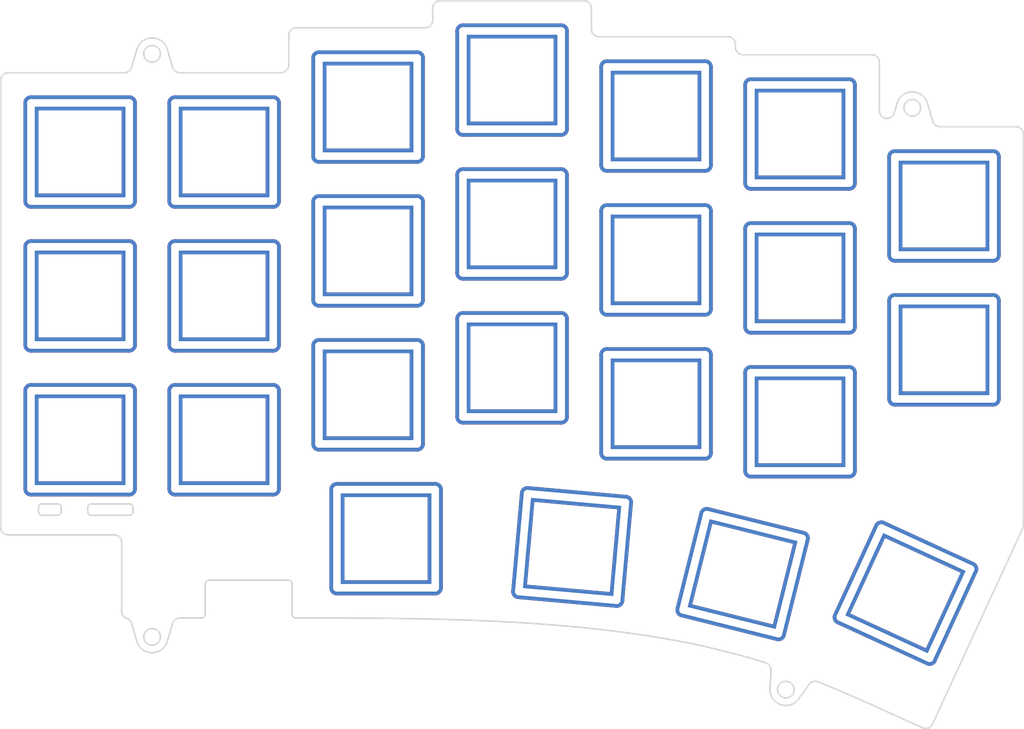
<source format=kicad_pcb>
(kicad_pcb (version 20171130) (host pcbnew "(5.1.4)-1")

  (general
    (thickness 1.6)
    (drawings 150)
    (tracks 0)
    (zones 0)
    (modules 25)
    (nets 25)
  )

  (page A3)
  (layers
    (0 F.Cu signal)
    (31 B.Cu signal)
    (32 B.Adhes user)
    (33 F.Adhes user)
    (34 B.Paste user)
    (35 F.Paste user)
    (36 B.SilkS user)
    (37 F.SilkS user)
    (38 B.Mask user)
    (39 F.Mask user)
    (40 Dwgs.User user)
    (41 Cmts.User user)
    (42 Eco1.User user)
    (43 Eco2.User user)
    (44 Edge.Cuts user)
    (45 Margin user)
    (46 B.CrtYd user)
    (47 F.CrtYd user)
    (48 B.Fab user)
    (49 F.Fab user)
  )

  (setup
    (last_trace_width 0.2)
    (user_trace_width 0.2)
    (user_trace_width 0.4)
    (user_trace_width 0.6)
    (user_trace_width 0.8)
    (user_trace_width 1)
    (user_trace_width 1.2)
    (user_trace_width 1.6)
    (user_trace_width 2)
    (trace_clearance 0.2)
    (zone_clearance 0.508)
    (zone_45_only yes)
    (trace_min 0.2)
    (via_size 0.5)
    (via_drill 0.3)
    (via_min_size 0.4)
    (via_min_drill 0.3)
    (user_via 0.9 0.5)
    (user_via 1.2 0.8)
    (user_via 1.4 0.9)
    (user_via 1.5 1)
    (uvia_size 0.3)
    (uvia_drill 0.1)
    (uvias_allowed no)
    (uvia_min_size 0.2)
    (uvia_min_drill 0.1)
    (edge_width 0.15)
    (segment_width 0.2)
    (pcb_text_width 0.3)
    (pcb_text_size 1.5 1.5)
    (mod_edge_width 0.15)
    (mod_text_size 1 1)
    (mod_text_width 0.15)
    (pad_size 1.2 1.2)
    (pad_drill 0.6)
    (pad_to_mask_clearance 0.2)
    (solder_mask_min_width 0.25)
    (aux_axis_origin 50 50)
    (visible_elements 7FFFFFFF)
    (pcbplotparams
      (layerselection 0x010f0_ffffffff)
      (usegerberextensions true)
      (usegerberattributes false)
      (usegerberadvancedattributes false)
      (creategerberjobfile false)
      (excludeedgelayer true)
      (linewidth 0.100000)
      (plotframeref false)
      (viasonmask false)
      (mode 1)
      (useauxorigin true)
      (hpglpennumber 1)
      (hpglpenspeed 20)
      (hpglpendiameter 15.000000)
      (psnegative false)
      (psa4output false)
      (plotreference true)
      (plotvalue true)
      (plotinvisibletext false)
      (padsonsilk false)
      (subtractmaskfromsilk true)
      (outputformat 1)
      (mirror false)
      (drillshape 0)
      (scaleselection 1)
      (outputdirectory "./gerber/"))
  )

  (net 0 "")
  (net 1 "Net-(SW1-Pad1)")
  (net 2 "Net-(SW2-Pad1)")
  (net 3 "Net-(SW3-Pad1)")
  (net 4 "Net-(SW4-Pad1)")
  (net 5 "Net-(SW5-Pad1)")
  (net 6 "Net-(SW6-Pad1)")
  (net 7 "Net-(SW7-Pad1)")
  (net 8 "Net-(SW8-Pad1)")
  (net 9 "Net-(SW9-Pad1)")
  (net 10 "Net-(SW10-Pad1)")
  (net 11 "Net-(SW11-Pad1)")
  (net 12 "Net-(SW12-Pad1)")
  (net 13 "Net-(SW13-Pad1)")
  (net 14 "Net-(SW14-Pad1)")
  (net 15 "Net-(SW15-Pad1)")
  (net 16 "Net-(SW16-Pad1)")
  (net 17 "Net-(SW17-Pad1)")
  (net 18 "Net-(SW18-Pad1)")
  (net 19 "Net-(SW19-Pad1)")
  (net 20 "Net-(SW20-Pad1)")
  (net 21 "Net-(SW21-Pad1)")
  (net 22 "Net-(SW22-Pad1)")
  (net 23 "Net-(SW23-Pad1)")
  (net 24 "Net-(SW24-Pad1)")

  (net_class Default "これは標準のネット クラスです。"
    (clearance 0.2)
    (trace_width 0.2)
    (via_dia 0.5)
    (via_drill 0.3)
    (uvia_dia 0.3)
    (uvia_drill 0.1)
    (add_net "Net-(SW1-Pad1)")
    (add_net "Net-(SW10-Pad1)")
    (add_net "Net-(SW11-Pad1)")
    (add_net "Net-(SW12-Pad1)")
    (add_net "Net-(SW13-Pad1)")
    (add_net "Net-(SW14-Pad1)")
    (add_net "Net-(SW15-Pad1)")
    (add_net "Net-(SW16-Pad1)")
    (add_net "Net-(SW17-Pad1)")
    (add_net "Net-(SW18-Pad1)")
    (add_net "Net-(SW19-Pad1)")
    (add_net "Net-(SW2-Pad1)")
    (add_net "Net-(SW20-Pad1)")
    (add_net "Net-(SW21-Pad1)")
    (add_net "Net-(SW22-Pad1)")
    (add_net "Net-(SW23-Pad1)")
    (add_net "Net-(SW24-Pad1)")
    (add_net "Net-(SW3-Pad1)")
    (add_net "Net-(SW4-Pad1)")
    (add_net "Net-(SW5-Pad1)")
    (add_net "Net-(SW6-Pad1)")
    (add_net "Net-(SW7-Pad1)")
    (add_net "Net-(SW8-Pad1)")
    (add_net "Net-(SW9-Pad1)")
  )

  (module locallib:SWCutout_Pad (layer F.Cu) (tedit 5F01DFD1) (tstamp 5DAD6E11)
    (at 168.726183 127.456301 65.3)
    (descr "Mounting Hole 2.5mm")
    (tags "mounting hole 2.5mm")
    (path /5DA6BC53)
    (attr virtual)
    (fp_text reference SW24 (at 0 -3.5 65.3) (layer Dwgs.User)
      (effects (font (size 1 1) (thickness 0.15)))
    )
    (fp_text value SW_Push (at 0 3.5 65.3) (layer F.Fab)
      (effects (font (size 1 1) (thickness 0.15)))
    )
    (fp_poly (pts (xy -6.025 -6.025) (xy -6.025 6.025) (xy 6.025 6.025) (xy 6.025 -6.025)) (layer F.Mask) (width 0.1))
    (fp_arc (start -6.5 -6.5) (end -6.5 -7) (angle -90) (layer Dwgs.User) (width 0.15))
    (fp_arc (start -6.5 6.5) (end -7 6.5) (angle -90) (layer Dwgs.User) (width 0.15))
    (fp_arc (start 6.5 6.5) (end 6.5 7) (angle -90) (layer Dwgs.User) (width 0.15))
    (fp_arc (start 6.5 -6.5) (end 7 -6.5) (angle -90) (layer Dwgs.User) (width 0.15))
    (fp_line (start -6.5 -7) (end 6.5 -7) (layer Dwgs.User) (width 0.15))
    (fp_line (start -6.5 7) (end 6.5 7) (layer Dwgs.User) (width 0.15))
    (fp_line (start 7 -6.5) (end 7 6.5) (layer Dwgs.User) (width 0.15))
    (fp_line (start -7 -6.5) (end -7 6.5) (layer Dwgs.User) (width 0.15))
    (fp_text user %R (at 0.3 0 65.3) (layer F.Fab)
      (effects (font (size 1 1) (thickness 0.15)))
    )
    (pad 1 thru_hole oval (at 0 -6.5 155.3) (size 2 15) (drill oval 1 14) (layers *.Cu *.Mask)
      (net 24 "Net-(SW24-Pad1)"))
    (pad 1 thru_hole oval (at 0 6.5 155.3) (size 2 15) (drill oval 1 14) (layers *.Cu *.Mask)
      (net 24 "Net-(SW24-Pad1)"))
    (pad 1 thru_hole oval (at 6.5 0 65.3) (size 2 15) (drill oval 1 14) (layers *.Cu *.Mask)
      (net 24 "Net-(SW24-Pad1)"))
    (pad 1 thru_hole oval (at -6.5 0 65.3) (size 2 15) (drill oval 1 14) (layers *.Cu *.Mask)
      (net 24 "Net-(SW24-Pad1)"))
  )

  (module locallib:SWCutout_Pad (layer F.Cu) (tedit 5F01DFD1) (tstamp 5DAD6E00)
    (at 147.178027 124.935329 346)
    (descr "Mounting Hole 2.5mm")
    (tags "mounting hole 2.5mm")
    (path /5DA6BC49)
    (attr virtual)
    (fp_text reference SW23 (at 0 -3.5 346) (layer Dwgs.User)
      (effects (font (size 1 1) (thickness 0.15)))
    )
    (fp_text value SW_Push (at 0 3.5 346) (layer F.Fab)
      (effects (font (size 1 1) (thickness 0.15)))
    )
    (fp_poly (pts (xy -6.025 -6.025) (xy -6.025 6.025) (xy 6.025 6.025) (xy 6.025 -6.025)) (layer F.Mask) (width 0.1))
    (fp_arc (start -6.5 -6.5) (end -6.5 -7) (angle -90) (layer Dwgs.User) (width 0.15))
    (fp_arc (start -6.5 6.5) (end -7 6.5) (angle -90) (layer Dwgs.User) (width 0.15))
    (fp_arc (start 6.5 6.5) (end 6.5 7) (angle -90) (layer Dwgs.User) (width 0.15))
    (fp_arc (start 6.5 -6.5) (end 7 -6.5) (angle -90) (layer Dwgs.User) (width 0.15))
    (fp_line (start -6.5 -7) (end 6.5 -7) (layer Dwgs.User) (width 0.15))
    (fp_line (start -6.5 7) (end 6.5 7) (layer Dwgs.User) (width 0.15))
    (fp_line (start 7 -6.5) (end 7 6.5) (layer Dwgs.User) (width 0.15))
    (fp_line (start -7 -6.5) (end -7 6.5) (layer Dwgs.User) (width 0.15))
    (fp_text user %R (at 0.3 0 346) (layer F.Fab)
      (effects (font (size 1 1) (thickness 0.15)))
    )
    (pad 1 thru_hole oval (at 0 -6.5 76) (size 2 15) (drill oval 1 14) (layers *.Cu *.Mask)
      (net 23 "Net-(SW23-Pad1)"))
    (pad 1 thru_hole oval (at 0 6.5 76) (size 2 15) (drill oval 1 14) (layers *.Cu *.Mask)
      (net 23 "Net-(SW23-Pad1)"))
    (pad 1 thru_hole oval (at 6.5 0 346) (size 2 15) (drill oval 1 14) (layers *.Cu *.Mask)
      (net 23 "Net-(SW23-Pad1)"))
    (pad 1 thru_hole oval (at -6.5 0 346) (size 2 15) (drill oval 1 14) (layers *.Cu *.Mask)
      (net 23 "Net-(SW23-Pad1)"))
  )

  (module locallib:SWCutout_Pad (layer F.Cu) (tedit 5F01DFD1) (tstamp 5DAD6DEF)
    (at 124.618332 121.342981 354.9)
    (descr "Mounting Hole 2.5mm")
    (tags "mounting hole 2.5mm")
    (path /5DA6BC3F)
    (attr virtual)
    (fp_text reference SW22 (at 0 -3.5 354.9) (layer Dwgs.User)
      (effects (font (size 1 1) (thickness 0.15)))
    )
    (fp_text value SW_Push (at 0 3.5 354.9) (layer F.Fab)
      (effects (font (size 1 1) (thickness 0.15)))
    )
    (fp_poly (pts (xy -6.025 -6.025) (xy -6.025 6.025) (xy 6.025 6.025) (xy 6.025 -6.025)) (layer F.Mask) (width 0.1))
    (fp_arc (start -6.5 -6.5) (end -6.5 -7) (angle -90) (layer Dwgs.User) (width 0.15))
    (fp_arc (start -6.5 6.5) (end -7 6.5) (angle -90) (layer Dwgs.User) (width 0.15))
    (fp_arc (start 6.5 6.5) (end 6.5 7) (angle -90) (layer Dwgs.User) (width 0.15))
    (fp_arc (start 6.5 -6.5) (end 7 -6.5) (angle -90) (layer Dwgs.User) (width 0.15))
    (fp_line (start -6.5 -7) (end 6.5 -7) (layer Dwgs.User) (width 0.15))
    (fp_line (start -6.5 7) (end 6.5 7) (layer Dwgs.User) (width 0.15))
    (fp_line (start 7 -6.5) (end 7 6.5) (layer Dwgs.User) (width 0.15))
    (fp_line (start -7 -6.5) (end -7 6.5) (layer Dwgs.User) (width 0.15))
    (fp_text user %R (at 0.3 0 354.9) (layer F.Fab)
      (effects (font (size 1 1) (thickness 0.15)))
    )
    (pad 1 thru_hole oval (at 0 -6.5 84.9) (size 2 15) (drill oval 1 14) (layers *.Cu *.Mask)
      (net 22 "Net-(SW22-Pad1)"))
    (pad 1 thru_hole oval (at 0 6.5 84.9) (size 2 15) (drill oval 1 14) (layers *.Cu *.Mask)
      (net 22 "Net-(SW22-Pad1)"))
    (pad 1 thru_hole oval (at 6.5 0 354.9) (size 2 15) (drill oval 1 14) (layers *.Cu *.Mask)
      (net 22 "Net-(SW22-Pad1)"))
    (pad 1 thru_hole oval (at -6.5 0 354.9) (size 2 15) (drill oval 1 14) (layers *.Cu *.Mask)
      (net 22 "Net-(SW22-Pad1)"))
  )

  (module locallib:SWCutout_Pad (layer F.Cu) (tedit 5F01DFD1) (tstamp 5DAD6DDE)
    (at 100.00625 120.246875)
    (descr "Mounting Hole 2.5mm")
    (tags "mounting hole 2.5mm")
    (path /5DA6BC35)
    (attr virtual)
    (fp_text reference SW21 (at 0 -3.5) (layer Dwgs.User)
      (effects (font (size 1 1) (thickness 0.15)))
    )
    (fp_text value SW_Push (at 0 3.5) (layer F.Fab)
      (effects (font (size 1 1) (thickness 0.15)))
    )
    (fp_poly (pts (xy -6.025 -6.025) (xy -6.025 6.025) (xy 6.025 6.025) (xy 6.025 -6.025)) (layer F.Mask) (width 0.1))
    (fp_arc (start -6.5 -6.5) (end -6.5 -7) (angle -90) (layer Dwgs.User) (width 0.15))
    (fp_arc (start -6.5 6.5) (end -7 6.5) (angle -90) (layer Dwgs.User) (width 0.15))
    (fp_arc (start 6.5 6.5) (end 6.5 7) (angle -90) (layer Dwgs.User) (width 0.15))
    (fp_arc (start 6.5 -6.5) (end 7 -6.5) (angle -90) (layer Dwgs.User) (width 0.15))
    (fp_line (start -6.5 -7) (end 6.5 -7) (layer Dwgs.User) (width 0.15))
    (fp_line (start -6.5 7) (end 6.5 7) (layer Dwgs.User) (width 0.15))
    (fp_line (start 7 -6.5) (end 7 6.5) (layer Dwgs.User) (width 0.15))
    (fp_line (start -7 -6.5) (end -7 6.5) (layer Dwgs.User) (width 0.15))
    (fp_text user %R (at 0.3 0) (layer F.Fab)
      (effects (font (size 1 1) (thickness 0.15)))
    )
    (pad 1 thru_hole oval (at 0 -6.5 90) (size 2 15) (drill oval 1 14) (layers *.Cu *.Mask)
      (net 21 "Net-(SW21-Pad1)"))
    (pad 1 thru_hole oval (at 0 6.5 90) (size 2 15) (drill oval 1 14) (layers *.Cu *.Mask)
      (net 21 "Net-(SW21-Pad1)"))
    (pad 1 thru_hole oval (at 6.5 0) (size 2 15) (drill oval 1 14) (layers *.Cu *.Mask)
      (net 21 "Net-(SW21-Pad1)"))
    (pad 1 thru_hole oval (at -6.5 0) (size 2 15) (drill oval 1 14) (layers *.Cu *.Mask)
      (net 21 "Net-(SW21-Pad1)"))
  )

  (module locallib:SWCutout_Pad (layer F.Cu) (tedit 5F01DFD1) (tstamp 5DAD6DCD)
    (at 173.825 95.24375)
    (descr "Mounting Hole 2.5mm")
    (tags "mounting hole 2.5mm")
    (path /5DA6A53F)
    (attr virtual)
    (fp_text reference SW20 (at 0 -3.5) (layer Dwgs.User)
      (effects (font (size 1 1) (thickness 0.15)))
    )
    (fp_text value SW_Push (at 0 3.5) (layer F.Fab)
      (effects (font (size 1 1) (thickness 0.15)))
    )
    (fp_poly (pts (xy -6.025 -6.025) (xy -6.025 6.025) (xy 6.025 6.025) (xy 6.025 -6.025)) (layer F.Mask) (width 0.1))
    (fp_arc (start -6.5 -6.5) (end -6.5 -7) (angle -90) (layer Dwgs.User) (width 0.15))
    (fp_arc (start -6.5 6.5) (end -7 6.5) (angle -90) (layer Dwgs.User) (width 0.15))
    (fp_arc (start 6.5 6.5) (end 6.5 7) (angle -90) (layer Dwgs.User) (width 0.15))
    (fp_arc (start 6.5 -6.5) (end 7 -6.5) (angle -90) (layer Dwgs.User) (width 0.15))
    (fp_line (start -6.5 -7) (end 6.5 -7) (layer Dwgs.User) (width 0.15))
    (fp_line (start -6.5 7) (end 6.5 7) (layer Dwgs.User) (width 0.15))
    (fp_line (start 7 -6.5) (end 7 6.5) (layer Dwgs.User) (width 0.15))
    (fp_line (start -7 -6.5) (end -7 6.5) (layer Dwgs.User) (width 0.15))
    (fp_text user %R (at 0.3 0) (layer F.Fab)
      (effects (font (size 1 1) (thickness 0.15)))
    )
    (pad 1 thru_hole oval (at 0 -6.5 90) (size 2 15) (drill oval 1 14) (layers *.Cu *.Mask)
      (net 20 "Net-(SW20-Pad1)"))
    (pad 1 thru_hole oval (at 0 6.5 90) (size 2 15) (drill oval 1 14) (layers *.Cu *.Mask)
      (net 20 "Net-(SW20-Pad1)"))
    (pad 1 thru_hole oval (at 6.5 0) (size 2 15) (drill oval 1 14) (layers *.Cu *.Mask)
      (net 20 "Net-(SW20-Pad1)"))
    (pad 1 thru_hole oval (at -6.5 0) (size 2 15) (drill oval 1 14) (layers *.Cu *.Mask)
      (net 20 "Net-(SW20-Pad1)"))
  )

  (module locallib:SWCutout_Pad (layer F.Cu) (tedit 5F01DFD1) (tstamp 5DAD6DBC)
    (at 154.775 104.76875)
    (descr "Mounting Hole 2.5mm")
    (tags "mounting hole 2.5mm")
    (path /5DA67313)
    (attr virtual)
    (fp_text reference SW19 (at 0 -3.5) (layer Dwgs.User)
      (effects (font (size 1 1) (thickness 0.15)))
    )
    (fp_text value SW_Push (at 0 3.5) (layer F.Fab)
      (effects (font (size 1 1) (thickness 0.15)))
    )
    (fp_poly (pts (xy -6.025 -6.025) (xy -6.025 6.025) (xy 6.025 6.025) (xy 6.025 -6.025)) (layer F.Mask) (width 0.1))
    (fp_arc (start -6.5 -6.5) (end -6.5 -7) (angle -90) (layer Dwgs.User) (width 0.15))
    (fp_arc (start -6.5 6.5) (end -7 6.5) (angle -90) (layer Dwgs.User) (width 0.15))
    (fp_arc (start 6.5 6.5) (end 6.5 7) (angle -90) (layer Dwgs.User) (width 0.15))
    (fp_arc (start 6.5 -6.5) (end 7 -6.5) (angle -90) (layer Dwgs.User) (width 0.15))
    (fp_line (start -6.5 -7) (end 6.5 -7) (layer Dwgs.User) (width 0.15))
    (fp_line (start -6.5 7) (end 6.5 7) (layer Dwgs.User) (width 0.15))
    (fp_line (start 7 -6.5) (end 7 6.5) (layer Dwgs.User) (width 0.15))
    (fp_line (start -7 -6.5) (end -7 6.5) (layer Dwgs.User) (width 0.15))
    (fp_text user %R (at 0.3 0) (layer F.Fab)
      (effects (font (size 1 1) (thickness 0.15)))
    )
    (pad 1 thru_hole oval (at 0 -6.5 90) (size 2 15) (drill oval 1 14) (layers *.Cu *.Mask)
      (net 19 "Net-(SW19-Pad1)"))
    (pad 1 thru_hole oval (at 0 6.5 90) (size 2 15) (drill oval 1 14) (layers *.Cu *.Mask)
      (net 19 "Net-(SW19-Pad1)"))
    (pad 1 thru_hole oval (at 6.5 0) (size 2 15) (drill oval 1 14) (layers *.Cu *.Mask)
      (net 19 "Net-(SW19-Pad1)"))
    (pad 1 thru_hole oval (at -6.5 0) (size 2 15) (drill oval 1 14) (layers *.Cu *.Mask)
      (net 19 "Net-(SW19-Pad1)"))
  )

  (module locallib:SWCutout_Pad (layer F.Cu) (tedit 5F01DFD1) (tstamp 5DAD6DAB)
    (at 135.725 102.3875)
    (descr "Mounting Hole 2.5mm")
    (tags "mounting hole 2.5mm")
    (path /5DA672F5)
    (attr virtual)
    (fp_text reference SW18 (at 0 -3.5) (layer Dwgs.User)
      (effects (font (size 1 1) (thickness 0.15)))
    )
    (fp_text value SW_Push (at 0 3.5) (layer F.Fab)
      (effects (font (size 1 1) (thickness 0.15)))
    )
    (fp_poly (pts (xy -6.025 -6.025) (xy -6.025 6.025) (xy 6.025 6.025) (xy 6.025 -6.025)) (layer F.Mask) (width 0.1))
    (fp_arc (start -6.5 -6.5) (end -6.5 -7) (angle -90) (layer Dwgs.User) (width 0.15))
    (fp_arc (start -6.5 6.5) (end -7 6.5) (angle -90) (layer Dwgs.User) (width 0.15))
    (fp_arc (start 6.5 6.5) (end 6.5 7) (angle -90) (layer Dwgs.User) (width 0.15))
    (fp_arc (start 6.5 -6.5) (end 7 -6.5) (angle -90) (layer Dwgs.User) (width 0.15))
    (fp_line (start -6.5 -7) (end 6.5 -7) (layer Dwgs.User) (width 0.15))
    (fp_line (start -6.5 7) (end 6.5 7) (layer Dwgs.User) (width 0.15))
    (fp_line (start 7 -6.5) (end 7 6.5) (layer Dwgs.User) (width 0.15))
    (fp_line (start -7 -6.5) (end -7 6.5) (layer Dwgs.User) (width 0.15))
    (fp_text user %R (at 0.3 0) (layer F.Fab)
      (effects (font (size 1 1) (thickness 0.15)))
    )
    (pad 1 thru_hole oval (at 0 -6.5 90) (size 2 15) (drill oval 1 14) (layers *.Cu *.Mask)
      (net 18 "Net-(SW18-Pad1)"))
    (pad 1 thru_hole oval (at 0 6.5 90) (size 2 15) (drill oval 1 14) (layers *.Cu *.Mask)
      (net 18 "Net-(SW18-Pad1)"))
    (pad 1 thru_hole oval (at 6.5 0) (size 2 15) (drill oval 1 14) (layers *.Cu *.Mask)
      (net 18 "Net-(SW18-Pad1)"))
    (pad 1 thru_hole oval (at -6.5 0) (size 2 15) (drill oval 1 14) (layers *.Cu *.Mask)
      (net 18 "Net-(SW18-Pad1)"))
  )

  (module locallib:SWCutout_Pad (layer F.Cu) (tedit 5F01DFD1) (tstamp 5DAD6D9A)
    (at 116.675 97.625)
    (descr "Mounting Hole 2.5mm")
    (tags "mounting hole 2.5mm")
    (path /5DA624D1)
    (attr virtual)
    (fp_text reference SW17 (at 0 -3.5) (layer Dwgs.User)
      (effects (font (size 1 1) (thickness 0.15)))
    )
    (fp_text value SW_Push (at 0 3.5) (layer F.Fab)
      (effects (font (size 1 1) (thickness 0.15)))
    )
    (fp_poly (pts (xy -6.025 -6.025) (xy -6.025 6.025) (xy 6.025 6.025) (xy 6.025 -6.025)) (layer F.Mask) (width 0.1))
    (fp_arc (start -6.5 -6.5) (end -6.5 -7) (angle -90) (layer Dwgs.User) (width 0.15))
    (fp_arc (start -6.5 6.5) (end -7 6.5) (angle -90) (layer Dwgs.User) (width 0.15))
    (fp_arc (start 6.5 6.5) (end 6.5 7) (angle -90) (layer Dwgs.User) (width 0.15))
    (fp_arc (start 6.5 -6.5) (end 7 -6.5) (angle -90) (layer Dwgs.User) (width 0.15))
    (fp_line (start -6.5 -7) (end 6.5 -7) (layer Dwgs.User) (width 0.15))
    (fp_line (start -6.5 7) (end 6.5 7) (layer Dwgs.User) (width 0.15))
    (fp_line (start 7 -6.5) (end 7 6.5) (layer Dwgs.User) (width 0.15))
    (fp_line (start -7 -6.5) (end -7 6.5) (layer Dwgs.User) (width 0.15))
    (fp_text user %R (at 0.3 0) (layer F.Fab)
      (effects (font (size 1 1) (thickness 0.15)))
    )
    (pad 1 thru_hole oval (at 0 -6.5 90) (size 2 15) (drill oval 1 14) (layers *.Cu *.Mask)
      (net 17 "Net-(SW17-Pad1)"))
    (pad 1 thru_hole oval (at 0 6.5 90) (size 2 15) (drill oval 1 14) (layers *.Cu *.Mask)
      (net 17 "Net-(SW17-Pad1)"))
    (pad 1 thru_hole oval (at 6.5 0) (size 2 15) (drill oval 1 14) (layers *.Cu *.Mask)
      (net 17 "Net-(SW17-Pad1)"))
    (pad 1 thru_hole oval (at -6.5 0) (size 2 15) (drill oval 1 14) (layers *.Cu *.Mask)
      (net 17 "Net-(SW17-Pad1)"))
  )

  (module locallib:SWCutout_Pad (layer F.Cu) (tedit 5F01DFD1) (tstamp 5DAD6D89)
    (at 97.625 101.196875)
    (descr "Mounting Hole 2.5mm")
    (tags "mounting hole 2.5mm")
    (path /5DA624B3)
    (attr virtual)
    (fp_text reference SW16 (at 0 -3.5) (layer Dwgs.User)
      (effects (font (size 1 1) (thickness 0.15)))
    )
    (fp_text value SW_Push (at 0 3.5) (layer F.Fab)
      (effects (font (size 1 1) (thickness 0.15)))
    )
    (fp_poly (pts (xy -6.025 -6.025) (xy -6.025 6.025) (xy 6.025 6.025) (xy 6.025 -6.025)) (layer F.Mask) (width 0.1))
    (fp_arc (start -6.5 -6.5) (end -6.5 -7) (angle -90) (layer Dwgs.User) (width 0.15))
    (fp_arc (start -6.5 6.5) (end -7 6.5) (angle -90) (layer Dwgs.User) (width 0.15))
    (fp_arc (start 6.5 6.5) (end 6.5 7) (angle -90) (layer Dwgs.User) (width 0.15))
    (fp_arc (start 6.5 -6.5) (end 7 -6.5) (angle -90) (layer Dwgs.User) (width 0.15))
    (fp_line (start -6.5 -7) (end 6.5 -7) (layer Dwgs.User) (width 0.15))
    (fp_line (start -6.5 7) (end 6.5 7) (layer Dwgs.User) (width 0.15))
    (fp_line (start 7 -6.5) (end 7 6.5) (layer Dwgs.User) (width 0.15))
    (fp_line (start -7 -6.5) (end -7 6.5) (layer Dwgs.User) (width 0.15))
    (fp_text user %R (at 0.3 0) (layer F.Fab)
      (effects (font (size 1 1) (thickness 0.15)))
    )
    (pad 1 thru_hole oval (at 0 -6.5 90) (size 2 15) (drill oval 1 14) (layers *.Cu *.Mask)
      (net 16 "Net-(SW16-Pad1)"))
    (pad 1 thru_hole oval (at 0 6.5 90) (size 2 15) (drill oval 1 14) (layers *.Cu *.Mask)
      (net 16 "Net-(SW16-Pad1)"))
    (pad 1 thru_hole oval (at 6.5 0) (size 2 15) (drill oval 1 14) (layers *.Cu *.Mask)
      (net 16 "Net-(SW16-Pad1)"))
    (pad 1 thru_hole oval (at -6.5 0) (size 2 15) (drill oval 1 14) (layers *.Cu *.Mask)
      (net 16 "Net-(SW16-Pad1)"))
  )

  (module locallib:SWCutout_Pad (layer F.Cu) (tedit 5F01DFD1) (tstamp 5DAD6D78)
    (at 78.575 107.15)
    (descr "Mounting Hole 2.5mm")
    (tags "mounting hole 2.5mm")
    (path /5DA60A44)
    (attr virtual)
    (fp_text reference SW15 (at 0 -3.5) (layer Dwgs.User)
      (effects (font (size 1 1) (thickness 0.15)))
    )
    (fp_text value SW_Push (at 0 3.5) (layer F.Fab)
      (effects (font (size 1 1) (thickness 0.15)))
    )
    (fp_poly (pts (xy -6.025 -6.025) (xy -6.025 6.025) (xy 6.025 6.025) (xy 6.025 -6.025)) (layer F.Mask) (width 0.1))
    (fp_arc (start -6.5 -6.5) (end -6.5 -7) (angle -90) (layer Dwgs.User) (width 0.15))
    (fp_arc (start -6.5 6.5) (end -7 6.5) (angle -90) (layer Dwgs.User) (width 0.15))
    (fp_arc (start 6.5 6.5) (end 6.5 7) (angle -90) (layer Dwgs.User) (width 0.15))
    (fp_arc (start 6.5 -6.5) (end 7 -6.5) (angle -90) (layer Dwgs.User) (width 0.15))
    (fp_line (start -6.5 -7) (end 6.5 -7) (layer Dwgs.User) (width 0.15))
    (fp_line (start -6.5 7) (end 6.5 7) (layer Dwgs.User) (width 0.15))
    (fp_line (start 7 -6.5) (end 7 6.5) (layer Dwgs.User) (width 0.15))
    (fp_line (start -7 -6.5) (end -7 6.5) (layer Dwgs.User) (width 0.15))
    (fp_text user %R (at 0.3 0) (layer F.Fab)
      (effects (font (size 1 1) (thickness 0.15)))
    )
    (pad 1 thru_hole oval (at 0 -6.5 90) (size 2 15) (drill oval 1 14) (layers *.Cu *.Mask)
      (net 15 "Net-(SW15-Pad1)"))
    (pad 1 thru_hole oval (at 0 6.5 90) (size 2 15) (drill oval 1 14) (layers *.Cu *.Mask)
      (net 15 "Net-(SW15-Pad1)"))
    (pad 1 thru_hole oval (at 6.5 0) (size 2 15) (drill oval 1 14) (layers *.Cu *.Mask)
      (net 15 "Net-(SW15-Pad1)"))
    (pad 1 thru_hole oval (at -6.5 0) (size 2 15) (drill oval 1 14) (layers *.Cu *.Mask)
      (net 15 "Net-(SW15-Pad1)"))
  )

  (module locallib:SWCutout_Pad (layer F.Cu) (tedit 5F01DFD1) (tstamp 5DAD6D67)
    (at 59.525 107.15)
    (descr "Mounting Hole 2.5mm")
    (tags "mounting hole 2.5mm")
    (path /5DA5F719)
    (attr virtual)
    (fp_text reference SW14 (at 0 -3.5) (layer Dwgs.User)
      (effects (font (size 1 1) (thickness 0.15)))
    )
    (fp_text value SW_Push (at 0 3.5) (layer F.Fab)
      (effects (font (size 1 1) (thickness 0.15)))
    )
    (fp_poly (pts (xy -6.025 -6.025) (xy -6.025 6.025) (xy 6.025 6.025) (xy 6.025 -6.025)) (layer F.Mask) (width 0.1))
    (fp_arc (start -6.5 -6.5) (end -6.5 -7) (angle -90) (layer Dwgs.User) (width 0.15))
    (fp_arc (start -6.5 6.5) (end -7 6.5) (angle -90) (layer Dwgs.User) (width 0.15))
    (fp_arc (start 6.5 6.5) (end 6.5 7) (angle -90) (layer Dwgs.User) (width 0.15))
    (fp_arc (start 6.5 -6.5) (end 7 -6.5) (angle -90) (layer Dwgs.User) (width 0.15))
    (fp_line (start -6.5 -7) (end 6.5 -7) (layer Dwgs.User) (width 0.15))
    (fp_line (start -6.5 7) (end 6.5 7) (layer Dwgs.User) (width 0.15))
    (fp_line (start 7 -6.5) (end 7 6.5) (layer Dwgs.User) (width 0.15))
    (fp_line (start -7 -6.5) (end -7 6.5) (layer Dwgs.User) (width 0.15))
    (fp_text user %R (at 0.3 0) (layer F.Fab)
      (effects (font (size 1 1) (thickness 0.15)))
    )
    (pad 1 thru_hole oval (at 0 -6.5 90) (size 2 15) (drill oval 1 14) (layers *.Cu *.Mask)
      (net 14 "Net-(SW14-Pad1)"))
    (pad 1 thru_hole oval (at 0 6.5 90) (size 2 15) (drill oval 1 14) (layers *.Cu *.Mask)
      (net 14 "Net-(SW14-Pad1)"))
    (pad 1 thru_hole oval (at 6.5 0) (size 2 15) (drill oval 1 14) (layers *.Cu *.Mask)
      (net 14 "Net-(SW14-Pad1)"))
    (pad 1 thru_hole oval (at -6.5 0) (size 2 15) (drill oval 1 14) (layers *.Cu *.Mask)
      (net 14 "Net-(SW14-Pad1)"))
  )

  (module locallib:SWCutout_Pad (layer F.Cu) (tedit 5F01DFD1) (tstamp 5DAD6D56)
    (at 173.825 76.19375)
    (descr "Mounting Hole 2.5mm")
    (tags "mounting hole 2.5mm")
    (path /5DA6A535)
    (attr virtual)
    (fp_text reference SW13 (at 0 -3.5) (layer Dwgs.User)
      (effects (font (size 1 1) (thickness 0.15)))
    )
    (fp_text value SW_Push (at 0 3.5) (layer F.Fab)
      (effects (font (size 1 1) (thickness 0.15)))
    )
    (fp_poly (pts (xy -6.025 -6.025) (xy -6.025 6.025) (xy 6.025 6.025) (xy 6.025 -6.025)) (layer F.Mask) (width 0.1))
    (fp_arc (start -6.5 -6.5) (end -6.5 -7) (angle -90) (layer Dwgs.User) (width 0.15))
    (fp_arc (start -6.5 6.5) (end -7 6.5) (angle -90) (layer Dwgs.User) (width 0.15))
    (fp_arc (start 6.5 6.5) (end 6.5 7) (angle -90) (layer Dwgs.User) (width 0.15))
    (fp_arc (start 6.5 -6.5) (end 7 -6.5) (angle -90) (layer Dwgs.User) (width 0.15))
    (fp_line (start -6.5 -7) (end 6.5 -7) (layer Dwgs.User) (width 0.15))
    (fp_line (start -6.5 7) (end 6.5 7) (layer Dwgs.User) (width 0.15))
    (fp_line (start 7 -6.5) (end 7 6.5) (layer Dwgs.User) (width 0.15))
    (fp_line (start -7 -6.5) (end -7 6.5) (layer Dwgs.User) (width 0.15))
    (fp_text user %R (at 0.3 0) (layer F.Fab)
      (effects (font (size 1 1) (thickness 0.15)))
    )
    (pad 1 thru_hole oval (at 0 -6.5 90) (size 2 15) (drill oval 1 14) (layers *.Cu *.Mask)
      (net 13 "Net-(SW13-Pad1)"))
    (pad 1 thru_hole oval (at 0 6.5 90) (size 2 15) (drill oval 1 14) (layers *.Cu *.Mask)
      (net 13 "Net-(SW13-Pad1)"))
    (pad 1 thru_hole oval (at 6.5 0) (size 2 15) (drill oval 1 14) (layers *.Cu *.Mask)
      (net 13 "Net-(SW13-Pad1)"))
    (pad 1 thru_hole oval (at -6.5 0) (size 2 15) (drill oval 1 14) (layers *.Cu *.Mask)
      (net 13 "Net-(SW13-Pad1)"))
  )

  (module locallib:SWCutout_Pad (layer F.Cu) (tedit 5F01DFD1) (tstamp 5DAD6D45)
    (at 154.775 85.71875)
    (descr "Mounting Hole 2.5mm")
    (tags "mounting hole 2.5mm")
    (path /5DA67309)
    (attr virtual)
    (fp_text reference SW12 (at 0 -3.5) (layer Dwgs.User)
      (effects (font (size 1 1) (thickness 0.15)))
    )
    (fp_text value SW_Push (at 0 3.5) (layer F.Fab)
      (effects (font (size 1 1) (thickness 0.15)))
    )
    (fp_poly (pts (xy -6.025 -6.025) (xy -6.025 6.025) (xy 6.025 6.025) (xy 6.025 -6.025)) (layer F.Mask) (width 0.1))
    (fp_arc (start -6.5 -6.5) (end -6.5 -7) (angle -90) (layer Dwgs.User) (width 0.15))
    (fp_arc (start -6.5 6.5) (end -7 6.5) (angle -90) (layer Dwgs.User) (width 0.15))
    (fp_arc (start 6.5 6.5) (end 6.5 7) (angle -90) (layer Dwgs.User) (width 0.15))
    (fp_arc (start 6.5 -6.5) (end 7 -6.5) (angle -90) (layer Dwgs.User) (width 0.15))
    (fp_line (start -6.5 -7) (end 6.5 -7) (layer Dwgs.User) (width 0.15))
    (fp_line (start -6.5 7) (end 6.5 7) (layer Dwgs.User) (width 0.15))
    (fp_line (start 7 -6.5) (end 7 6.5) (layer Dwgs.User) (width 0.15))
    (fp_line (start -7 -6.5) (end -7 6.5) (layer Dwgs.User) (width 0.15))
    (fp_text user %R (at 0.3 0) (layer F.Fab)
      (effects (font (size 1 1) (thickness 0.15)))
    )
    (pad 1 thru_hole oval (at 0 -6.5 90) (size 2 15) (drill oval 1 14) (layers *.Cu *.Mask)
      (net 12 "Net-(SW12-Pad1)"))
    (pad 1 thru_hole oval (at 0 6.5 90) (size 2 15) (drill oval 1 14) (layers *.Cu *.Mask)
      (net 12 "Net-(SW12-Pad1)"))
    (pad 1 thru_hole oval (at 6.5 0) (size 2 15) (drill oval 1 14) (layers *.Cu *.Mask)
      (net 12 "Net-(SW12-Pad1)"))
    (pad 1 thru_hole oval (at -6.5 0) (size 2 15) (drill oval 1 14) (layers *.Cu *.Mask)
      (net 12 "Net-(SW12-Pad1)"))
  )

  (module locallib:SWCutout_Pad (layer F.Cu) (tedit 5F01DFD1) (tstamp 5DAD6D34)
    (at 135.725 83.3375)
    (descr "Mounting Hole 2.5mm")
    (tags "mounting hole 2.5mm")
    (path /5DA672EB)
    (attr virtual)
    (fp_text reference SW11 (at 0 -3.5) (layer Dwgs.User)
      (effects (font (size 1 1) (thickness 0.15)))
    )
    (fp_text value SW_Push (at 0 3.5) (layer F.Fab)
      (effects (font (size 1 1) (thickness 0.15)))
    )
    (fp_poly (pts (xy -6.025 -6.025) (xy -6.025 6.025) (xy 6.025 6.025) (xy 6.025 -6.025)) (layer F.Mask) (width 0.1))
    (fp_arc (start -6.5 -6.5) (end -6.5 -7) (angle -90) (layer Dwgs.User) (width 0.15))
    (fp_arc (start -6.5 6.5) (end -7 6.5) (angle -90) (layer Dwgs.User) (width 0.15))
    (fp_arc (start 6.5 6.5) (end 6.5 7) (angle -90) (layer Dwgs.User) (width 0.15))
    (fp_arc (start 6.5 -6.5) (end 7 -6.5) (angle -90) (layer Dwgs.User) (width 0.15))
    (fp_line (start -6.5 -7) (end 6.5 -7) (layer Dwgs.User) (width 0.15))
    (fp_line (start -6.5 7) (end 6.5 7) (layer Dwgs.User) (width 0.15))
    (fp_line (start 7 -6.5) (end 7 6.5) (layer Dwgs.User) (width 0.15))
    (fp_line (start -7 -6.5) (end -7 6.5) (layer Dwgs.User) (width 0.15))
    (fp_text user %R (at 0.3 0) (layer F.Fab)
      (effects (font (size 1 1) (thickness 0.15)))
    )
    (pad 1 thru_hole oval (at 0 -6.5 90) (size 2 15) (drill oval 1 14) (layers *.Cu *.Mask)
      (net 11 "Net-(SW11-Pad1)"))
    (pad 1 thru_hole oval (at 0 6.5 90) (size 2 15) (drill oval 1 14) (layers *.Cu *.Mask)
      (net 11 "Net-(SW11-Pad1)"))
    (pad 1 thru_hole oval (at 6.5 0) (size 2 15) (drill oval 1 14) (layers *.Cu *.Mask)
      (net 11 "Net-(SW11-Pad1)"))
    (pad 1 thru_hole oval (at -6.5 0) (size 2 15) (drill oval 1 14) (layers *.Cu *.Mask)
      (net 11 "Net-(SW11-Pad1)"))
  )

  (module locallib:SWCutout_Pad (layer F.Cu) (tedit 5F01DFD1) (tstamp 5DAD6D23)
    (at 116.675 78.575)
    (descr "Mounting Hole 2.5mm")
    (tags "mounting hole 2.5mm")
    (path /5DA624C7)
    (attr virtual)
    (fp_text reference SW10 (at 0 -3.5) (layer Dwgs.User)
      (effects (font (size 1 1) (thickness 0.15)))
    )
    (fp_text value SW_Push (at 0 3.5) (layer F.Fab)
      (effects (font (size 1 1) (thickness 0.15)))
    )
    (fp_poly (pts (xy -6.025 -6.025) (xy -6.025 6.025) (xy 6.025 6.025) (xy 6.025 -6.025)) (layer F.Mask) (width 0.1))
    (fp_arc (start -6.5 -6.5) (end -6.5 -7) (angle -90) (layer Dwgs.User) (width 0.15))
    (fp_arc (start -6.5 6.5) (end -7 6.5) (angle -90) (layer Dwgs.User) (width 0.15))
    (fp_arc (start 6.5 6.5) (end 6.5 7) (angle -90) (layer Dwgs.User) (width 0.15))
    (fp_arc (start 6.5 -6.5) (end 7 -6.5) (angle -90) (layer Dwgs.User) (width 0.15))
    (fp_line (start -6.5 -7) (end 6.5 -7) (layer Dwgs.User) (width 0.15))
    (fp_line (start -6.5 7) (end 6.5 7) (layer Dwgs.User) (width 0.15))
    (fp_line (start 7 -6.5) (end 7 6.5) (layer Dwgs.User) (width 0.15))
    (fp_line (start -7 -6.5) (end -7 6.5) (layer Dwgs.User) (width 0.15))
    (fp_text user %R (at 0.3 0) (layer F.Fab)
      (effects (font (size 1 1) (thickness 0.15)))
    )
    (pad 1 thru_hole oval (at 0 -6.5 90) (size 2 15) (drill oval 1 14) (layers *.Cu *.Mask)
      (net 10 "Net-(SW10-Pad1)"))
    (pad 1 thru_hole oval (at 0 6.5 90) (size 2 15) (drill oval 1 14) (layers *.Cu *.Mask)
      (net 10 "Net-(SW10-Pad1)"))
    (pad 1 thru_hole oval (at 6.5 0) (size 2 15) (drill oval 1 14) (layers *.Cu *.Mask)
      (net 10 "Net-(SW10-Pad1)"))
    (pad 1 thru_hole oval (at -6.5 0) (size 2 15) (drill oval 1 14) (layers *.Cu *.Mask)
      (net 10 "Net-(SW10-Pad1)"))
  )

  (module locallib:SWCutout_Pad (layer F.Cu) (tedit 5F01DFD1) (tstamp 5DAD6D12)
    (at 97.625 82.146875)
    (descr "Mounting Hole 2.5mm")
    (tags "mounting hole 2.5mm")
    (path /5DA624A9)
    (attr virtual)
    (fp_text reference SW9 (at 0 -3.5) (layer Dwgs.User)
      (effects (font (size 1 1) (thickness 0.15)))
    )
    (fp_text value SW_Push (at 0 3.5) (layer F.Fab)
      (effects (font (size 1 1) (thickness 0.15)))
    )
    (fp_poly (pts (xy -6.025 -6.025) (xy -6.025 6.025) (xy 6.025 6.025) (xy 6.025 -6.025)) (layer F.Mask) (width 0.1))
    (fp_arc (start -6.5 -6.5) (end -6.5 -7) (angle -90) (layer Dwgs.User) (width 0.15))
    (fp_arc (start -6.5 6.5) (end -7 6.5) (angle -90) (layer Dwgs.User) (width 0.15))
    (fp_arc (start 6.5 6.5) (end 6.5 7) (angle -90) (layer Dwgs.User) (width 0.15))
    (fp_arc (start 6.5 -6.5) (end 7 -6.5) (angle -90) (layer Dwgs.User) (width 0.15))
    (fp_line (start -6.5 -7) (end 6.5 -7) (layer Dwgs.User) (width 0.15))
    (fp_line (start -6.5 7) (end 6.5 7) (layer Dwgs.User) (width 0.15))
    (fp_line (start 7 -6.5) (end 7 6.5) (layer Dwgs.User) (width 0.15))
    (fp_line (start -7 -6.5) (end -7 6.5) (layer Dwgs.User) (width 0.15))
    (fp_text user %R (at 0.3 0) (layer F.Fab)
      (effects (font (size 1 1) (thickness 0.15)))
    )
    (pad 1 thru_hole oval (at 0 -6.5 90) (size 2 15) (drill oval 1 14) (layers *.Cu *.Mask)
      (net 9 "Net-(SW9-Pad1)"))
    (pad 1 thru_hole oval (at 0 6.5 90) (size 2 15) (drill oval 1 14) (layers *.Cu *.Mask)
      (net 9 "Net-(SW9-Pad1)"))
    (pad 1 thru_hole oval (at 6.5 0) (size 2 15) (drill oval 1 14) (layers *.Cu *.Mask)
      (net 9 "Net-(SW9-Pad1)"))
    (pad 1 thru_hole oval (at -6.5 0) (size 2 15) (drill oval 1 14) (layers *.Cu *.Mask)
      (net 9 "Net-(SW9-Pad1)"))
  )

  (module locallib:SWCutout_Pad (layer F.Cu) (tedit 5F01DFD1) (tstamp 5DAD6D01)
    (at 78.575 88.1)
    (descr "Mounting Hole 2.5mm")
    (tags "mounting hole 2.5mm")
    (path /5DA60A3A)
    (attr virtual)
    (fp_text reference SW8 (at 0 -3.5) (layer Dwgs.User)
      (effects (font (size 1 1) (thickness 0.15)))
    )
    (fp_text value SW_Push (at 0 3.5) (layer F.Fab)
      (effects (font (size 1 1) (thickness 0.15)))
    )
    (fp_poly (pts (xy -6.025 -6.025) (xy -6.025 6.025) (xy 6.025 6.025) (xy 6.025 -6.025)) (layer F.Mask) (width 0.1))
    (fp_arc (start -6.5 -6.5) (end -6.5 -7) (angle -90) (layer Dwgs.User) (width 0.15))
    (fp_arc (start -6.5 6.5) (end -7 6.5) (angle -90) (layer Dwgs.User) (width 0.15))
    (fp_arc (start 6.5 6.5) (end 6.5 7) (angle -90) (layer Dwgs.User) (width 0.15))
    (fp_arc (start 6.5 -6.5) (end 7 -6.5) (angle -90) (layer Dwgs.User) (width 0.15))
    (fp_line (start -6.5 -7) (end 6.5 -7) (layer Dwgs.User) (width 0.15))
    (fp_line (start -6.5 7) (end 6.5 7) (layer Dwgs.User) (width 0.15))
    (fp_line (start 7 -6.5) (end 7 6.5) (layer Dwgs.User) (width 0.15))
    (fp_line (start -7 -6.5) (end -7 6.5) (layer Dwgs.User) (width 0.15))
    (fp_text user %R (at 0.3 0) (layer F.Fab)
      (effects (font (size 1 1) (thickness 0.15)))
    )
    (pad 1 thru_hole oval (at 0 -6.5 90) (size 2 15) (drill oval 1 14) (layers *.Cu *.Mask)
      (net 8 "Net-(SW8-Pad1)"))
    (pad 1 thru_hole oval (at 0 6.5 90) (size 2 15) (drill oval 1 14) (layers *.Cu *.Mask)
      (net 8 "Net-(SW8-Pad1)"))
    (pad 1 thru_hole oval (at 6.5 0) (size 2 15) (drill oval 1 14) (layers *.Cu *.Mask)
      (net 8 "Net-(SW8-Pad1)"))
    (pad 1 thru_hole oval (at -6.5 0) (size 2 15) (drill oval 1 14) (layers *.Cu *.Mask)
      (net 8 "Net-(SW8-Pad1)"))
  )

  (module locallib:SWCutout_Pad (layer F.Cu) (tedit 5F01DFD1) (tstamp 5DAD6CF0)
    (at 59.525 88.1)
    (descr "Mounting Hole 2.5mm")
    (tags "mounting hole 2.5mm")
    (path /5DA5F0C0)
    (attr virtual)
    (fp_text reference SW7 (at 0 -3.5) (layer Dwgs.User)
      (effects (font (size 1 1) (thickness 0.15)))
    )
    (fp_text value SW_Push (at 0 3.5) (layer F.Fab)
      (effects (font (size 1 1) (thickness 0.15)))
    )
    (fp_poly (pts (xy -6.025 -6.025) (xy -6.025 6.025) (xy 6.025 6.025) (xy 6.025 -6.025)) (layer F.Mask) (width 0.1))
    (fp_arc (start -6.5 -6.5) (end -6.5 -7) (angle -90) (layer Dwgs.User) (width 0.15))
    (fp_arc (start -6.5 6.5) (end -7 6.5) (angle -90) (layer Dwgs.User) (width 0.15))
    (fp_arc (start 6.5 6.5) (end 6.5 7) (angle -90) (layer Dwgs.User) (width 0.15))
    (fp_arc (start 6.5 -6.5) (end 7 -6.5) (angle -90) (layer Dwgs.User) (width 0.15))
    (fp_line (start -6.5 -7) (end 6.5 -7) (layer Dwgs.User) (width 0.15))
    (fp_line (start -6.5 7) (end 6.5 7) (layer Dwgs.User) (width 0.15))
    (fp_line (start 7 -6.5) (end 7 6.5) (layer Dwgs.User) (width 0.15))
    (fp_line (start -7 -6.5) (end -7 6.5) (layer Dwgs.User) (width 0.15))
    (fp_text user %R (at 0.3 0) (layer F.Fab)
      (effects (font (size 1 1) (thickness 0.15)))
    )
    (pad 1 thru_hole oval (at 0 -6.5 90) (size 2 15) (drill oval 1 14) (layers *.Cu *.Mask)
      (net 7 "Net-(SW7-Pad1)"))
    (pad 1 thru_hole oval (at 0 6.5 90) (size 2 15) (drill oval 1 14) (layers *.Cu *.Mask)
      (net 7 "Net-(SW7-Pad1)"))
    (pad 1 thru_hole oval (at 6.5 0) (size 2 15) (drill oval 1 14) (layers *.Cu *.Mask)
      (net 7 "Net-(SW7-Pad1)"))
    (pad 1 thru_hole oval (at -6.5 0) (size 2 15) (drill oval 1 14) (layers *.Cu *.Mask)
      (net 7 "Net-(SW7-Pad1)"))
  )

  (module locallib:SWCutout_Pad (layer F.Cu) (tedit 5F01DFD1) (tstamp 5DAD6CDF)
    (at 154.775 66.66875)
    (descr "Mounting Hole 2.5mm")
    (tags "mounting hole 2.5mm")
    (path /5DA672FF)
    (attr virtual)
    (fp_text reference SW6 (at 0 -3.5) (layer Dwgs.User)
      (effects (font (size 1 1) (thickness 0.15)))
    )
    (fp_text value SW_Push (at 0 3.5) (layer F.Fab)
      (effects (font (size 1 1) (thickness 0.15)))
    )
    (fp_poly (pts (xy -6.025 -6.025) (xy -6.025 6.025) (xy 6.025 6.025) (xy 6.025 -6.025)) (layer F.Mask) (width 0.1))
    (fp_arc (start -6.5 -6.5) (end -6.5 -7) (angle -90) (layer Dwgs.User) (width 0.15))
    (fp_arc (start -6.5 6.5) (end -7 6.5) (angle -90) (layer Dwgs.User) (width 0.15))
    (fp_arc (start 6.5 6.5) (end 6.5 7) (angle -90) (layer Dwgs.User) (width 0.15))
    (fp_arc (start 6.5 -6.5) (end 7 -6.5) (angle -90) (layer Dwgs.User) (width 0.15))
    (fp_line (start -6.5 -7) (end 6.5 -7) (layer Dwgs.User) (width 0.15))
    (fp_line (start -6.5 7) (end 6.5 7) (layer Dwgs.User) (width 0.15))
    (fp_line (start 7 -6.5) (end 7 6.5) (layer Dwgs.User) (width 0.15))
    (fp_line (start -7 -6.5) (end -7 6.5) (layer Dwgs.User) (width 0.15))
    (fp_text user %R (at 0.3 0) (layer F.Fab)
      (effects (font (size 1 1) (thickness 0.15)))
    )
    (pad 1 thru_hole oval (at 0 -6.5 90) (size 2 15) (drill oval 1 14) (layers *.Cu *.Mask)
      (net 6 "Net-(SW6-Pad1)"))
    (pad 1 thru_hole oval (at 0 6.5 90) (size 2 15) (drill oval 1 14) (layers *.Cu *.Mask)
      (net 6 "Net-(SW6-Pad1)"))
    (pad 1 thru_hole oval (at 6.5 0) (size 2 15) (drill oval 1 14) (layers *.Cu *.Mask)
      (net 6 "Net-(SW6-Pad1)"))
    (pad 1 thru_hole oval (at -6.5 0) (size 2 15) (drill oval 1 14) (layers *.Cu *.Mask)
      (net 6 "Net-(SW6-Pad1)"))
  )

  (module locallib:SWCutout_Pad (layer F.Cu) (tedit 5F01DFD1) (tstamp 5DAD6CCE)
    (at 135.725 64.287499)
    (descr "Mounting Hole 2.5mm")
    (tags "mounting hole 2.5mm")
    (path /5DA672E1)
    (attr virtual)
    (fp_text reference SW5 (at 0 -3.5) (layer Dwgs.User)
      (effects (font (size 1 1) (thickness 0.15)))
    )
    (fp_text value SW_Push (at 0 3.5) (layer F.Fab)
      (effects (font (size 1 1) (thickness 0.15)))
    )
    (fp_poly (pts (xy -6.025 -6.025) (xy -6.025 6.025) (xy 6.025 6.025) (xy 6.025 -6.025)) (layer F.Mask) (width 0.1))
    (fp_arc (start -6.5 -6.5) (end -6.5 -7) (angle -90) (layer Dwgs.User) (width 0.15))
    (fp_arc (start -6.5 6.5) (end -7 6.5) (angle -90) (layer Dwgs.User) (width 0.15))
    (fp_arc (start 6.5 6.5) (end 6.5 7) (angle -90) (layer Dwgs.User) (width 0.15))
    (fp_arc (start 6.5 -6.5) (end 7 -6.5) (angle -90) (layer Dwgs.User) (width 0.15))
    (fp_line (start -6.5 -7) (end 6.5 -7) (layer Dwgs.User) (width 0.15))
    (fp_line (start -6.5 7) (end 6.5 7) (layer Dwgs.User) (width 0.15))
    (fp_line (start 7 -6.5) (end 7 6.5) (layer Dwgs.User) (width 0.15))
    (fp_line (start -7 -6.5) (end -7 6.5) (layer Dwgs.User) (width 0.15))
    (fp_text user %R (at 0.3 0) (layer F.Fab)
      (effects (font (size 1 1) (thickness 0.15)))
    )
    (pad 1 thru_hole oval (at 0 -6.5 90) (size 2 15) (drill oval 1 14) (layers *.Cu *.Mask)
      (net 5 "Net-(SW5-Pad1)"))
    (pad 1 thru_hole oval (at 0 6.5 90) (size 2 15) (drill oval 1 14) (layers *.Cu *.Mask)
      (net 5 "Net-(SW5-Pad1)"))
    (pad 1 thru_hole oval (at 6.5 0) (size 2 15) (drill oval 1 14) (layers *.Cu *.Mask)
      (net 5 "Net-(SW5-Pad1)"))
    (pad 1 thru_hole oval (at -6.5 0) (size 2 15) (drill oval 1 14) (layers *.Cu *.Mask)
      (net 5 "Net-(SW5-Pad1)"))
  )

  (module locallib:SWCutout_Pad (layer F.Cu) (tedit 5F01DFD1) (tstamp 5DAD6CBD)
    (at 116.675 59.525)
    (descr "Mounting Hole 2.5mm")
    (tags "mounting hole 2.5mm")
    (path /5DA624BD)
    (attr virtual)
    (fp_text reference SW4 (at 0 -3.5) (layer Dwgs.User)
      (effects (font (size 1 1) (thickness 0.15)))
    )
    (fp_text value SW_Push (at 0 3.5) (layer F.Fab)
      (effects (font (size 1 1) (thickness 0.15)))
    )
    (fp_poly (pts (xy -6.025 -6.025) (xy -6.025 6.025) (xy 6.025 6.025) (xy 6.025 -6.025)) (layer F.Mask) (width 0.1))
    (fp_arc (start -6.5 -6.5) (end -6.5 -7) (angle -90) (layer Dwgs.User) (width 0.15))
    (fp_arc (start -6.5 6.5) (end -7 6.5) (angle -90) (layer Dwgs.User) (width 0.15))
    (fp_arc (start 6.5 6.5) (end 6.5 7) (angle -90) (layer Dwgs.User) (width 0.15))
    (fp_arc (start 6.5 -6.5) (end 7 -6.5) (angle -90) (layer Dwgs.User) (width 0.15))
    (fp_line (start -6.5 -7) (end 6.5 -7) (layer Dwgs.User) (width 0.15))
    (fp_line (start -6.5 7) (end 6.5 7) (layer Dwgs.User) (width 0.15))
    (fp_line (start 7 -6.5) (end 7 6.5) (layer Dwgs.User) (width 0.15))
    (fp_line (start -7 -6.5) (end -7 6.5) (layer Dwgs.User) (width 0.15))
    (fp_text user %R (at 0.3 0) (layer F.Fab)
      (effects (font (size 1 1) (thickness 0.15)))
    )
    (pad 1 thru_hole oval (at 0 -6.5 90) (size 2 15) (drill oval 1 14) (layers *.Cu *.Mask)
      (net 4 "Net-(SW4-Pad1)"))
    (pad 1 thru_hole oval (at 0 6.5 90) (size 2 15) (drill oval 1 14) (layers *.Cu *.Mask)
      (net 4 "Net-(SW4-Pad1)"))
    (pad 1 thru_hole oval (at 6.5 0) (size 2 15) (drill oval 1 14) (layers *.Cu *.Mask)
      (net 4 "Net-(SW4-Pad1)"))
    (pad 1 thru_hole oval (at -6.5 0) (size 2 15) (drill oval 1 14) (layers *.Cu *.Mask)
      (net 4 "Net-(SW4-Pad1)"))
  )

  (module locallib:SWCutout_Pad (layer F.Cu) (tedit 5F01DFD1) (tstamp 5DAD6CAC)
    (at 97.625 63.096875)
    (descr "Mounting Hole 2.5mm")
    (tags "mounting hole 2.5mm")
    (path /5DA6249F)
    (attr virtual)
    (fp_text reference SW3 (at 0 -3.5) (layer Dwgs.User)
      (effects (font (size 1 1) (thickness 0.15)))
    )
    (fp_text value SW_Push (at 0 3.5) (layer F.Fab)
      (effects (font (size 1 1) (thickness 0.15)))
    )
    (fp_poly (pts (xy -6.025 -6.025) (xy -6.025 6.025) (xy 6.025 6.025) (xy 6.025 -6.025)) (layer F.Mask) (width 0.1))
    (fp_arc (start -6.5 -6.5) (end -6.5 -7) (angle -90) (layer Dwgs.User) (width 0.15))
    (fp_arc (start -6.5 6.5) (end -7 6.5) (angle -90) (layer Dwgs.User) (width 0.15))
    (fp_arc (start 6.5 6.5) (end 6.5 7) (angle -90) (layer Dwgs.User) (width 0.15))
    (fp_arc (start 6.5 -6.5) (end 7 -6.5) (angle -90) (layer Dwgs.User) (width 0.15))
    (fp_line (start -6.5 -7) (end 6.5 -7) (layer Dwgs.User) (width 0.15))
    (fp_line (start -6.5 7) (end 6.5 7) (layer Dwgs.User) (width 0.15))
    (fp_line (start 7 -6.5) (end 7 6.5) (layer Dwgs.User) (width 0.15))
    (fp_line (start -7 -6.5) (end -7 6.5) (layer Dwgs.User) (width 0.15))
    (fp_text user %R (at 0.3 0) (layer F.Fab)
      (effects (font (size 1 1) (thickness 0.15)))
    )
    (pad 1 thru_hole oval (at 0 -6.5 90) (size 2 15) (drill oval 1 14) (layers *.Cu *.Mask)
      (net 3 "Net-(SW3-Pad1)"))
    (pad 1 thru_hole oval (at 0 6.5 90) (size 2 15) (drill oval 1 14) (layers *.Cu *.Mask)
      (net 3 "Net-(SW3-Pad1)"))
    (pad 1 thru_hole oval (at 6.5 0) (size 2 15) (drill oval 1 14) (layers *.Cu *.Mask)
      (net 3 "Net-(SW3-Pad1)"))
    (pad 1 thru_hole oval (at -6.5 0) (size 2 15) (drill oval 1 14) (layers *.Cu *.Mask)
      (net 3 "Net-(SW3-Pad1)"))
  )

  (module locallib:SWCutout_Pad (layer F.Cu) (tedit 5F01DFD1) (tstamp 5DAD6C9B)
    (at 78.575 69.05)
    (descr "Mounting Hole 2.5mm")
    (tags "mounting hole 2.5mm")
    (path /5DA60A30)
    (attr virtual)
    (fp_text reference SW2 (at 0 -3.5) (layer Dwgs.User)
      (effects (font (size 1 1) (thickness 0.15)))
    )
    (fp_text value SW_Push (at 0 3.5) (layer F.Fab)
      (effects (font (size 1 1) (thickness 0.15)))
    )
    (fp_poly (pts (xy -6.025 -6.025) (xy -6.025 6.025) (xy 6.025 6.025) (xy 6.025 -6.025)) (layer F.Mask) (width 0.1))
    (fp_arc (start -6.5 -6.5) (end -6.5 -7) (angle -90) (layer Dwgs.User) (width 0.15))
    (fp_arc (start -6.5 6.5) (end -7 6.5) (angle -90) (layer Dwgs.User) (width 0.15))
    (fp_arc (start 6.5 6.5) (end 6.5 7) (angle -90) (layer Dwgs.User) (width 0.15))
    (fp_arc (start 6.5 -6.5) (end 7 -6.5) (angle -90) (layer Dwgs.User) (width 0.15))
    (fp_line (start -6.5 -7) (end 6.5 -7) (layer Dwgs.User) (width 0.15))
    (fp_line (start -6.5 7) (end 6.5 7) (layer Dwgs.User) (width 0.15))
    (fp_line (start 7 -6.5) (end 7 6.5) (layer Dwgs.User) (width 0.15))
    (fp_line (start -7 -6.5) (end -7 6.5) (layer Dwgs.User) (width 0.15))
    (fp_text user %R (at 0.3 0) (layer F.Fab)
      (effects (font (size 1 1) (thickness 0.15)))
    )
    (pad 1 thru_hole oval (at 0 -6.5 90) (size 2 15) (drill oval 1 14) (layers *.Cu *.Mask)
      (net 2 "Net-(SW2-Pad1)"))
    (pad 1 thru_hole oval (at 0 6.5 90) (size 2 15) (drill oval 1 14) (layers *.Cu *.Mask)
      (net 2 "Net-(SW2-Pad1)"))
    (pad 1 thru_hole oval (at 6.5 0) (size 2 15) (drill oval 1 14) (layers *.Cu *.Mask)
      (net 2 "Net-(SW2-Pad1)"))
    (pad 1 thru_hole oval (at -6.5 0) (size 2 15) (drill oval 1 14) (layers *.Cu *.Mask)
      (net 2 "Net-(SW2-Pad1)"))
  )

  (module locallib:SWCutout_Pad (layer F.Cu) (tedit 5F01DFD1) (tstamp 5DAD6C8A)
    (at 59.525 69.05)
    (descr "Mounting Hole 2.5mm")
    (tags "mounting hole 2.5mm")
    (path /5DA5E817)
    (attr virtual)
    (fp_text reference SW1 (at 0 -3.5) (layer Dwgs.User)
      (effects (font (size 1 1) (thickness 0.15)))
    )
    (fp_text value SW_Push (at 0 3.5) (layer F.Fab)
      (effects (font (size 1 1) (thickness 0.15)))
    )
    (fp_poly (pts (xy -6.025 -6.025) (xy -6.025 6.025) (xy 6.025 6.025) (xy 6.025 -6.025)) (layer F.Mask) (width 0.1))
    (fp_arc (start -6.5 -6.5) (end -6.5 -7) (angle -90) (layer Dwgs.User) (width 0.15))
    (fp_arc (start -6.5 6.5) (end -7 6.5) (angle -90) (layer Dwgs.User) (width 0.15))
    (fp_arc (start 6.5 6.5) (end 6.5 7) (angle -90) (layer Dwgs.User) (width 0.15))
    (fp_arc (start 6.5 -6.5) (end 7 -6.5) (angle -90) (layer Dwgs.User) (width 0.15))
    (fp_line (start -6.5 -7) (end 6.5 -7) (layer Dwgs.User) (width 0.15))
    (fp_line (start -6.5 7) (end 6.5 7) (layer Dwgs.User) (width 0.15))
    (fp_line (start 7 -6.5) (end 7 6.5) (layer Dwgs.User) (width 0.15))
    (fp_line (start -7 -6.5) (end -7 6.5) (layer Dwgs.User) (width 0.15))
    (fp_text user %R (at 0.3 0) (layer F.Fab)
      (effects (font (size 1 1) (thickness 0.15)))
    )
    (pad 1 thru_hole oval (at 0 -6.5 90) (size 2 15) (drill oval 1 14) (layers *.Cu *.Mask)
      (net 1 "Net-(SW1-Pad1)"))
    (pad 1 thru_hole oval (at 0 6.5 90) (size 2 15) (drill oval 1 14) (layers *.Cu *.Mask)
      (net 1 "Net-(SW1-Pad1)"))
    (pad 1 thru_hole oval (at 6.5 0) (size 2 15) (drill oval 1 14) (layers *.Cu *.Mask)
      (net 1 "Net-(SW1-Pad1)"))
    (pad 1 thru_hole oval (at -6.5 0) (size 2 15) (drill oval 1 14) (layers *.Cu *.Mask)
      (net 1 "Net-(SW1-Pad1)"))
  )

  (module locallib:logo1 (layer F.Cu) (tedit 5D63D344) (tstamp 5DAE257B)
    (at 82.8 117.45)
    (path /5DADF2CF)
    (fp_text reference H1 (at 0 0) (layer F.SilkS) hide
      (effects (font (size 1.524 1.524) (thickness 0.3)))
    )
    (fp_text value MountingHole (at 0.75 0) (layer F.SilkS) hide
      (effects (font (size 1.524 1.524) (thickness 0.3)))
    )
  )

  (gr_line (start 76.074999 130.246863) (end 76.074999 126.246863) (layer Edge.Cuts) (width 0.2))
  (gr_arc (start 75.574999 130.246863) (end 75.574999 130.746863) (angle -90) (layer Edge.Cuts) (width 0.2))
  (gr_line (start 61.024999 117.149988) (end 66.024999 117.149988) (layer Edge.Cuts) (width 0.2))
  (gr_circle (center 169.624999 63.193738) (end 170.724999 63.193738) (layer Edge.Cuts) (width 0.2))
  (gr_line (start 65.38379 58.549988) (end 50.024999 58.549988) (layer Edge.Cuts) (width 0.2))
  (gr_line (start 67.033895 55.462347) (end 66.34384 57.829817) (layer Edge.Cuts) (width 0.2))
  (gr_arc (start 65.38379 57.549988) (end 65.38379 58.549988) (angle -73.75) (layer Edge.Cuts) (width 0.2))
  (gr_arc (start 69.049999 56.049988) (end 71.066104 55.462347) (angle -147.5) (layer Edge.Cuts) (width 0.2))
  (gr_arc (start 61.024999 116.149988) (end 61.024999 115.649988) (angle -90) (layer Edge.Cuts) (width 0.2))
  (gr_line (start 71.756159 57.829817) (end 71.066104 55.462347) (layer Edge.Cuts) (width 0.2))
  (gr_circle (center 69.049999 56.049988) (end 70.149999 56.049988) (layer Edge.Cuts) (width 0.2))
  (gr_line (start 54.024999 116.149988) (end 54.024999 116.649988) (layer Edge.Cuts) (width 0.2))
  (gr_line (start 66.024999 115.649988) (end 61.024999 115.649988) (layer Edge.Cuts) (width 0.2))
  (gr_arc (start 66.024999 116.649988) (end 66.024999 117.149988) (angle -90) (layer Edge.Cuts) (width 0.2))
  (gr_line (start 71.066104 133.834504) (end 71.756159 131.467034) (layer Edge.Cuts) (width 0.2))
  (gr_arc (start 54.524999 116.149988) (end 54.524999 115.649988) (angle -90) (layer Edge.Cuts) (width 0.2))
  (gr_circle (center 152.898068 140.2301) (end 153.998068 140.2301) (layer Edge.Cuts) (width 0.2))
  (gr_circle (center 69.049999 133.246863) (end 70.149999 133.246863) (layer Edge.Cuts) (width 0.2))
  (gr_line (start 56.524999 115.649988) (end 54.524999 115.649988) (layer Edge.Cuts) (width 0.2))
  (gr_arc (start 56.524999 116.149988) (end 57.024999 116.149988) (angle -90) (layer Edge.Cuts) (width 0.2))
  (gr_arc (start 61.024999 116.649988) (end 60.524999 116.649988) (angle -90) (layer Edge.Cuts) (width 0.2))
  (gr_line (start 72.716209 130.746863) (end 75.574999 130.746863) (layer Edge.Cuts) (width 0.2))
  (gr_line (start 66.34384 131.467034) (end 67.033895 133.834504) (layer Edge.Cuts) (width 0.2))
  (gr_arc (start 56.524999 116.649988) (end 56.524999 117.149988) (angle -90) (layer Edge.Cuts) (width 0.2))
  (gr_arc (start 66.024999 116.149988) (end 66.524999 116.149988) (angle -90) (layer Edge.Cuts) (width 0.2))
  (gr_line (start 60.524999 116.149988) (end 60.524999 116.649988) (layer Edge.Cuts) (width 0.2))
  (gr_arc (start 65.38379 131.746863) (end 66.34384 131.467034) (angle -55.0505103) (layer Edge.Cuts) (width 0.2))
  (gr_arc (start 54.524999 116.649988) (end 54.024999 116.649988) (angle -90) (layer Edge.Cuts) (width 0.2))
  (gr_arc (start 69.049999 133.246863) (end 67.033895 133.834504) (angle -147.5) (layer Edge.Cuts) (width 0.2))
  (gr_line (start 57.024999 116.649988) (end 57.024999 116.149988) (layer Edge.Cuts) (width 0.2))
  (gr_arc (start 66.024999 129.852436) (end 65.024999 129.852436) (angle -71.3005103) (layer Edge.Cuts) (width 0.2))
  (gr_line (start 65.024999 120.746863) (end 65.024999 129.852436) (layer Edge.Cuts) (width 0.2))
  (gr_arc (start 72.716209 131.746863) (end 72.716209 130.746863) (angle -73.75) (layer Edge.Cuts) (width 0.2))
  (gr_arc (start 64.024999 120.746863) (end 65.024999 120.746863) (angle -90) (layer Edge.Cuts) (width 0.2))
  (gr_line (start 66.524999 116.649988) (end 66.524999 116.149988) (layer Edge.Cuts) (width 0.2))
  (gr_line (start 50.024999 119.746863) (end 64.024999 119.746863) (layer Edge.Cuts) (width 0.2))
  (gr_arc (start 50.024999 118.746863) (end 49.024999 118.746863) (angle -90) (layer Edge.Cuts) (width 0.2))
  (gr_line (start 49.024999 59.549988) (end 49.024999 118.746863) (layer Edge.Cuts) (width 0.2))
  (gr_line (start 54.524999 117.149988) (end 56.524999 117.149988) (layer Edge.Cuts) (width 0.2))
  (gr_arc (start 50.024999 59.549988) (end 50.024999 58.549988) (angle -90) (layer Edge.Cuts) (width 0.2))
  (gr_line (start 163.295545 141.808913) (end 164.144698 142.187195) (layer Edge.Cuts) (width 0.2))
  (gr_arc (start 145.225 54.787488) (end 146.224999 54.787488) (angle -90) (layer Edge.Cuts) (width 0.2))
  (gr_arc (start 183.325 66.693738) (end 184.325 66.693738) (angle -90) (layer Edge.Cuts) (width 0.2))
  (gr_line (start 168.839564 144.313307) (end 169.888054 144.793081) (layer Edge.Cuts) (width 0.2))
  (gr_line (start 150.390887 136.739236) (end 150.238959 136.676473) (layer Edge.Cuts) (width 0.2))
  (gr_line (start 150.530544 136.82609) (end 150.390887 136.739236) (layer Edge.Cuts) (width 0.2))
  (gr_line (start 171.555105 145.372073) (end 171.359622 145.384014) (layer Edge.Cuts) (width 0.2))
  (gr_line (start 86.124999 58.549988) (end 72.716209 58.549988) (layer Edge.Cuts) (width 0.2))
  (gr_arc (start 86.124999 57.549988) (end 86.124999 58.549988) (angle -90) (layer Edge.Cuts) (width 0.2))
  (gr_arc (start 164.274999 57.168738) (end 165.275 57.168738) (angle -90) (layer Edge.Cuts) (width 0.2))
  (gr_line (start 146.224999 55.168738) (end 146.224999 54.787488) (layer Edge.Cuts) (width 0.2))
  (gr_line (start 87.124999 53.596863) (end 87.124999 57.549988) (layer Edge.Cuts) (width 0.2))
  (gr_line (start 171.359622 145.384014) (end 171.16516 145.35753) (layer Edge.Cuts) (width 0.2))
  (gr_line (start 169.888054 144.793081) (end 170.979615 145.293575) (layer Edge.Cuts) (width 0.2))
  (gr_line (start 165.02004 142.579675) (end 165.924383 142.987438) (layer Edge.Cuts) (width 0.2))
  (gr_line (start 106.174999 50.024988) (end 106.174999 51.596863) (layer Edge.Cuts) (width 0.2))
  (gr_arc (start 128.174999 52.787488) (end 127.174999 52.787488) (angle -90) (layer Edge.Cuts) (width 0.2))
  (gr_arc (start 166.275 63.608873) (end 165.275 63.608873) (angle -163.75) (layer Edge.Cuts) (width 0.2))
  (gr_line (start 172.305195 144.802568) (end 184.233508 118.868556) (layer Edge.Cuts) (width 0.2))
  (gr_line (start 165.275 63.608873) (end 165.275 57.168738) (layer Edge.Cuts) (width 0.2))
  (gr_line (start 162.469765 141.443739) (end 163.295545 141.808913) (layer Edge.Cuts) (width 0.2))
  (gr_line (start 161.664544 141.090605) (end 162.469765 141.443739) (layer Edge.Cuts) (width 0.2))
  (gr_line (start 160.107422 140.417758) (end 161.664544 141.090605) (layer Edge.Cuts) (width 0.2))
  (gr_line (start 166.860542 143.411573) (end 167.831331 143.853167) (layer Edge.Cuts) (width 0.2))
  (gr_line (start 172.331159 64.973567) (end 171.641104 62.606097) (layer Edge.Cuts) (width 0.2))
  (gr_line (start 145.225 53.787488) (end 128.174999 53.787488) (layer Edge.Cuts) (width 0.2))
  (gr_line (start 105.174999 52.596863) (end 88.124999 52.596863) (layer Edge.Cuts) (width 0.2))
  (gr_line (start 171.74445 145.322283) (end 171.555105 145.372073) (layer Edge.Cuts) (width 0.2))
  (gr_line (start 157.162981 139.193035) (end 158.61102 139.786439) (layer Edge.Cuts) (width 0.2))
  (gr_line (start 156.673022 139.127268) (end 156.510243 139.160175) (layer Edge.Cuts) (width 0.2))
  (gr_line (start 165.924383 142.987438) (end 166.860542 143.411573) (layer Edge.Cuts) (width 0.2))
  (gr_line (start 157.004081 139.143892) (end 156.839427 139.121776) (layer Edge.Cuts) (width 0.2))
  (gr_arc (start 183.325 118.450689) (end 184.233508 118.868556) (angle -24.7) (layer Edge.Cuts) (width 0.2))
  (gr_arc (start 88.124999 53.596863) (end 88.124999 52.596863) (angle -90) (layer Edge.Cuts) (width 0.2))
  (gr_arc (start 173.291209 64.693738) (end 172.331159 64.973567) (angle -73.75) (layer Edge.Cuts) (width 0.2))
  (gr_line (start 171.92051 145.236528) (end 171.74445 145.322283) (layer Edge.Cuts) (width 0.2))
  (gr_arc (start 107.174999 50.024988) (end 107.174999 49.024988) (angle -90) (layer Edge.Cuts) (width 0.2))
  (gr_line (start 156.083864 139.41153) (end 155.975993 139.538386) (layer Edge.Cuts) (width 0.2))
  (gr_line (start 156.211359 139.304284) (end 156.083864 139.41153) (layer Edge.Cuts) (width 0.2))
  (gr_line (start 172.076452 145.118131) (end 171.92051 145.236528) (layer Edge.Cuts) (width 0.2))
  (gr_line (start 167.608895 62.606097) (end 167.235049 63.888702) (layer Edge.Cuts) (width 0.2))
  (gr_arc (start 169.624999 63.193738) (end 171.641104 62.606097) (angle -147.5) (layer Edge.Cuts) (width 0.2))
  (gr_line (start 183.325 65.693738) (end 173.291209 65.693738) (layer Edge.Cuts) (width 0.2))
  (gr_line (start 171.16516 145.35753) (end 170.979615 145.293575) (layer Edge.Cuts) (width 0.2))
  (gr_line (start 167.831331 143.853167) (end 168.839564 144.313307) (layer Edge.Cuts) (width 0.2))
  (gr_arc (start 105.174999 51.596863) (end 105.174999 52.596863) (angle -90) (layer Edge.Cuts) (width 0.2))
  (gr_line (start 184.325 118.450689) (end 184.325 66.693738) (layer Edge.Cuts) (width 0.2))
  (gr_line (start 164.144698 142.187195) (end 165.02004 142.579675) (layer Edge.Cuts) (width 0.2))
  (gr_line (start 164.274999 56.168738) (end 147.224999 56.168738) (layer Edge.Cuts) (width 0.2))
  (gr_line (start 127.174999 52.787488) (end 127.174999 50.024988) (layer Edge.Cuts) (width 0.2))
  (gr_line (start 172.206349 144.971596) (end 172.076452 145.118131) (layer Edge.Cuts) (width 0.2))
  (gr_line (start 172.305195 144.802568) (end 172.206349 144.971596) (layer Edge.Cuts) (width 0.2))
  (gr_line (start 158.61102 139.786439) (end 160.107422 140.417758) (layer Edge.Cuts) (width 0.2))
  (gr_line (start 156.510243 139.160175) (end 156.354757 139.219758) (layer Edge.Cuts) (width 0.2))
  (gr_line (start 156.354757 139.219758) (end 156.211359 139.304284) (layer Edge.Cuts) (width 0.2))
  (gr_line (start 157.162981 139.193035) (end 157.004081 139.143892) (layer Edge.Cuts) (width 0.2))
  (gr_line (start 156.839427 139.121776) (end 156.673022 139.127268) (layer Edge.Cuts) (width 0.2))
  (gr_arc (start 147.224999 55.168738) (end 146.224999 55.168738) (angle -90) (layer Edge.Cuts) (width 0.2))
  (gr_line (start 154.60558 141.452559) (end 155.975993 139.538386) (layer Edge.Cuts) (width 0.2))
  (gr_arc (start 72.716209 57.549988) (end 71.756159 57.829817) (angle -73.75) (layer Edge.Cuts) (width 0.2))
  (gr_arc (start 152.898068 140.2301) (end 150.801141 140.116535) (angle -147.5) (layer Edge.Cuts) (width 0.2))
  (gr_line (start 150.932934 137.683044) (end 150.801141 140.116535) (layer Edge.Cuts) (width 0.2))
  (gr_arc (start 126.174999 50.024988) (end 127.174999 50.024988) (angle -90) (layer Edge.Cuts) (width 0.2))
  (gr_line (start 126.174999 49.024988) (end 107.174999 49.024988) (layer Edge.Cuts) (width 0.2))
  (gr_line (start 123.507362 131.785552) (end 124.398275 131.865064) (layer Edge.Cuts) (width 0.2))
  (gr_line (start 121.621535 131.630016) (end 123.507362 131.785552) (layer Edge.Cuts) (width 0.2))
  (gr_line (start 115.68829 131.245734) (end 117.710911 131.359647) (layer Edge.Cuts) (width 0.2))
  (gr_line (start 111.511309 131.057978) (end 113.621608 131.145382) (layer Edge.Cuts) (width 0.2))
  (gr_line (start 147.106945 135.739037) (end 148.684212 136.195209) (layer Edge.Cuts) (width 0.2))
  (gr_arc (start 88.074999 130.246863) (end 87.574999 130.246863) (angle -90) (layer Edge.Cuts) (width 0.2))
  (gr_line (start 150.757997 137.061794) (end 150.653984 136.934563) (layer Edge.Cuts) (width 0.2))
  (gr_line (start 150.839592 137.203969) (end 150.757997 137.061794) (layer Edge.Cuts) (width 0.2))
  (gr_line (start 135.009867 133.162433) (end 136.08596 133.336377) (layer Edge.Cuts) (width 0.2))
  (gr_line (start 128.125331 132.242922) (end 129.324777 132.381163) (layer Edge.Cuts) (width 0.2))
  (gr_line (start 107.161633 130.919553) (end 109.357837 130.982907) (layer Edge.Cuts) (width 0.2))
  (gr_line (start 117.710911 131.359647) (end 119.689028 131.487738) (layer Edge.Cuts) (width 0.2))
  (gr_line (start 104.923142 130.867302) (end 107.161633 130.919553) (layer Edge.Cuts) (width 0.2))
  (gr_line (start 119.689028 131.487738) (end 121.621535 131.630016) (layer Edge.Cuts) (width 0.2))
  (gr_line (start 100.321073 130.79365) (end 102.642808 130.825539) (layer Edge.Cuts) (width 0.2))
  (gr_line (start 150.932934 137.683044) (end 150.928325 137.51893) (layer Edge.Cuts) (width 0.2))
  (gr_line (start 136.08596 133.336377) (end 137.142245 133.516108) (layer Edge.Cuts) (width 0.2))
  (gr_line (start 109.357837 130.982907) (end 111.511309 131.057978) (layer Edge.Cuts) (width 0.2))
  (gr_line (start 93.111444 130.750007) (end 95.555175 130.757033) (layer Edge.Cuts) (width 0.2))
  (gr_line (start 76.574999 125.746863) (end 87.074999 125.746863) (layer Edge.Cuts) (width 0.2))
  (gr_line (start 137.142245 133.516108) (end 138.178938 133.701581) (layer Edge.Cuts) (width 0.2))
  (gr_line (start 88.074999 130.746863) (end 88.1 130.746863) (layer Edge.Cuts) (width 0.2))
  (gr_line (start 126.904576 132.110795) (end 128.125331 132.242922) (layer Edge.Cuts) (width 0.2))
  (gr_line (start 150.653984 136.934563) (end 150.530544 136.82609) (layer Edge.Cuts) (width 0.2))
  (gr_line (start 102.642808 130.825539) (end 104.923142 130.867302) (layer Edge.Cuts) (width 0.2))
  (gr_line (start 113.621608 131.145382) (end 115.68829 131.245734) (layer Edge.Cuts) (width 0.2))
  (gr_line (start 148.684212 136.195209) (end 150.238959 136.676473) (layer Edge.Cuts) (width 0.2))
  (gr_line (start 95.555175 130.757033) (end 97.958381 130.77102) (layer Edge.Cuts) (width 0.2))
  (gr_line (start 90.626551 130.747305) (end 93.111444 130.750007) (layer Edge.Cuts) (width 0.2))
  (gr_line (start 87.574999 126.246863) (end 87.574999 130.246863) (layer Edge.Cuts) (width 0.2))
  (gr_line (start 133.913752 132.994325) (end 135.009867 133.162433) (layer Edge.Cuts) (width 0.2))
  (gr_line (start 140.194702 134.089503) (end 142.139447 134.500501) (layer Edge.Cuts) (width 0.2))
  (gr_line (start 132.7974 132.832097) (end 133.913752 132.994325) (layer Edge.Cuts) (width 0.2))
  (gr_arc (start 87.074999 126.246863) (end 87.574999 126.246863) (angle -90) (layer Edge.Cuts) (width 0.2))
  (gr_line (start 124.398275 131.865064) (end 125.662295 131.984826) (layer Edge.Cuts) (width 0.2))
  (gr_arc (start 76.574999 126.246863) (end 76.574999 125.746863) (angle -90) (layer Edge.Cuts) (width 0.2))
  (gr_line (start 129.324777 132.381163) (end 130.503127 132.525469) (layer Edge.Cuts) (width 0.2))
  (gr_line (start 125.662295 131.984826) (end 126.904576 132.110795) (layer Edge.Cuts) (width 0.2))
  (gr_line (start 97.958381 130.77102) (end 100.321073 130.79365) (layer Edge.Cuts) (width 0.2))
  (gr_line (start 88.1 130.746863) (end 90.626551 130.747305) (layer Edge.Cuts) (width 0.2))
  (gr_line (start 150.89698 137.357977) (end 150.839592 137.203969) (layer Edge.Cuts) (width 0.2))
  (gr_line (start 150.928325 137.51893) (end 150.89698 137.357977) (layer Edge.Cuts) (width 0.2))
  (gr_line (start 142.139447 134.500501) (end 147.106945 135.739037) (layer Edge.Cuts) (width 0.2))
  (gr_line (start 138.178938 133.701581) (end 140.194702 134.089503) (layer Edge.Cuts) (width 0.2))
  (gr_line (start 131.660597 132.675796) (end 132.7974 132.832097) (layer Edge.Cuts) (width 0.2))
  (gr_line (start 130.503127 132.525469) (end 131.660597 132.675796) (layer Edge.Cuts) (width 0.2))

)

</source>
